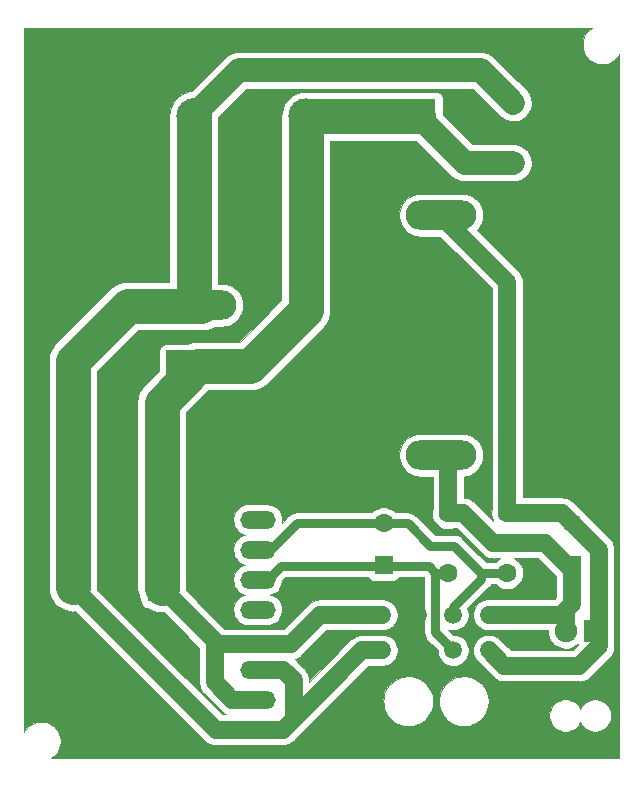
<source format=gbr>
G04 #@! TF.GenerationSoftware,KiCad,Pcbnew,(5.99.0-576-ga860ac506)*
G04 #@! TF.CreationDate,2021-04-05T16:40:01+02:00*
G04 #@! TF.ProjectId,8 Inch Floppy Power Supply,3820496e-6368-4204-966c-6f7070792050,rev?*
G04 #@! TF.SameCoordinates,Original*
G04 #@! TF.FileFunction,Copper,L1,Top*
G04 #@! TF.FilePolarity,Positive*
%FSLAX46Y46*%
G04 Gerber Fmt 4.6, Leading zero omitted, Abs format (unit mm)*
G04 Created by KiCad (PCBNEW (5.99.0-576-ga860ac506)) date 2021-04-05 16:40:01*
%MOMM*%
%LPD*%
G04 APERTURE LIST*
%ADD10R,1.600000X1.600000*%
%ADD11C,1.600000*%
%ADD12R,1.900000X1.900000*%
%ADD13C,1.900000*%
%ADD14C,3.000000*%
%ADD15R,3.000000X3.000000*%
%ADD16R,6.000000X2.500000*%
%ADD17O,6.000000X2.500000*%
%ADD18O,3.000000X1.500000*%
%ADD19R,3.000000X1.500000*%
%ADD20R,2.400000X2.400000*%
%ADD21C,2.400000*%
%ADD22C,1.500000*%
%ADD23C,1.500000*%
%ADD24C,0.750000*%
%ADD25C,2.000000*%
%ADD26C,3.000000*%
%ADD27C,0.250000*%
%ADD28C,0.125000*%
G04 APERTURE END LIST*
D10*
X66929000Y-66047500D03*
D11*
X66929000Y-62547500D03*
D12*
X68897500Y-71628000D03*
D13*
X66397500Y-71628000D03*
D14*
X25411500Y-28067000D03*
X34911500Y-28067000D03*
D15*
X53911500Y-28067000D03*
D14*
X44411500Y-28067000D03*
D11*
X50990500Y-62540000D03*
D10*
X50990500Y-66040000D03*
D16*
X35560000Y-49149000D03*
D17*
X35560000Y-44069000D03*
X55880000Y-56769000D03*
X55880000Y-36449000D03*
D18*
X40322500Y-62230000D03*
X40322500Y-64770000D03*
X40322500Y-74930000D03*
X40322500Y-67310000D03*
X40322500Y-69850000D03*
X40322500Y-77470000D03*
D19*
X40322500Y-80010000D03*
D11*
X61451500Y-66738500D03*
X56451500Y-66738500D03*
X56451500Y-61658500D03*
X61451500Y-61658500D03*
X61976000Y-31940500D03*
X61976000Y-26940500D03*
D20*
X32194500Y-67945000D03*
D21*
X24694500Y-67945000D03*
D22*
X50880500Y-73279000D03*
X50880500Y-70279000D03*
X53880500Y-73279000D03*
X53880500Y-70279000D03*
X56880500Y-70279000D03*
X56880500Y-73279000D03*
X59880500Y-73279000D03*
X59880500Y-70279000D03*
D23*
X69215000Y-64770000D02*
X69215000Y-72955000D01*
X66103500Y-61658500D02*
X69215000Y-64770000D01*
X61468000Y-61658500D02*
X66103500Y-61658500D01*
X55880000Y-36512500D02*
X61468000Y-42100500D01*
X61468000Y-42100500D02*
X61468000Y-61658500D01*
X69215000Y-72955000D02*
X67557500Y-74612500D01*
X67557500Y-74612500D02*
X61214000Y-74612500D01*
X61214000Y-74612500D02*
X59880500Y-73279000D01*
X66929000Y-66484500D02*
X66929000Y-69342000D01*
X64643000Y-64198500D02*
X66929000Y-66484500D01*
X57721500Y-61658500D02*
X60261500Y-64198500D01*
X60261500Y-64198500D02*
X64643000Y-64198500D01*
X56451500Y-61658500D02*
X57721500Y-61658500D01*
X66929000Y-69342000D02*
X66421000Y-69850000D01*
D24*
X41148000Y-67310000D02*
X42291000Y-66167000D01*
X40322500Y-67310000D02*
X41148000Y-67310000D01*
X54800500Y-66167000D02*
X55372000Y-66738500D01*
X42291000Y-66167000D02*
X54800500Y-66167000D01*
X55372000Y-66738500D02*
X55372000Y-71755000D01*
X56451500Y-66738500D02*
X55372000Y-66738500D01*
X55372000Y-71755000D02*
X56896000Y-73279000D01*
D23*
X56451500Y-57404000D02*
X56451500Y-61658500D01*
X55880000Y-56832500D02*
X56451500Y-57404000D01*
X36703000Y-76009500D02*
X36703000Y-72517000D01*
X40322500Y-77470000D02*
X38163500Y-77470000D01*
X38163500Y-77470000D02*
X36703000Y-76009500D01*
X49184500Y-73279000D02*
X50863500Y-73279000D01*
D25*
X38735000Y-24193500D02*
X34925000Y-28003500D01*
X59229000Y-24193500D02*
X38735000Y-24193500D01*
X61976000Y-26940500D02*
X59229000Y-24193500D01*
X57848500Y-32004000D02*
X61976000Y-32004000D01*
X53911500Y-28067000D02*
X57848500Y-32004000D01*
D23*
X42799000Y-79664500D02*
X42785000Y-79678500D01*
X42785000Y-79678500D02*
X49184500Y-73279000D01*
D24*
X59690000Y-66738500D02*
X61404500Y-66738500D01*
D23*
X42453500Y-80010000D02*
X42785000Y-79678500D01*
X36766500Y-80010000D02*
X42453500Y-80010000D01*
X24701500Y-67945000D02*
X36766500Y-80010000D01*
D26*
X34925000Y-43497500D02*
X35560000Y-44132500D01*
X24701500Y-48768000D02*
X24701500Y-67945000D01*
X35560000Y-44132500D02*
X29337000Y-44132500D01*
X34925000Y-28003500D02*
X34925000Y-43497500D01*
X29337000Y-44132500D02*
X24701500Y-48768000D01*
D23*
X32194500Y-68008500D02*
X36703000Y-72517000D01*
D26*
X32194500Y-52324000D02*
X32194500Y-68008500D01*
X44386500Y-28067000D02*
X44386500Y-44513500D01*
X53911500Y-28067000D02*
X44386500Y-28067000D01*
X44386500Y-44513500D02*
X39687500Y-49212500D01*
X39687500Y-49212500D02*
X35306000Y-49212500D01*
X35306000Y-49212500D02*
X32194500Y-52324000D01*
D23*
X43370500Y-79093000D02*
X42799000Y-79664500D01*
X43370500Y-75819000D02*
X43370500Y-79093000D01*
X40322500Y-74930000D02*
X42481500Y-74930000D01*
X42481500Y-74930000D02*
X43370500Y-75819000D01*
D24*
X56959500Y-64452500D02*
X59245500Y-66738500D01*
X59245500Y-66738500D02*
X59690000Y-66738500D01*
X54927500Y-64452500D02*
X56959500Y-64452500D01*
X40322500Y-64770000D02*
X41402000Y-64770000D01*
X43624500Y-62547500D02*
X53022500Y-62547500D01*
X41402000Y-64770000D02*
X43624500Y-62547500D01*
X53022500Y-62547500D02*
X54927500Y-64452500D01*
X56896000Y-69596000D02*
X56896000Y-70294500D01*
X59245500Y-66738500D02*
X59245500Y-67246500D01*
X59245500Y-67246500D02*
X56896000Y-69596000D01*
D27*
X31253500Y-22225000D02*
X25411500Y-28067000D01*
X59118500Y-74993500D02*
X61087000Y-76962000D01*
X61595000Y-22225000D02*
X31253500Y-22225000D01*
X54546500Y-74993500D02*
X59118500Y-74993500D01*
X61087000Y-76962000D02*
X68961000Y-76962000D01*
X53911500Y-70294500D02*
X53911500Y-74358500D01*
X66929000Y-27559000D02*
X61595000Y-22225000D01*
X53911500Y-74358500D02*
X54546500Y-74993500D01*
X68961000Y-76962000D02*
X70866000Y-75057000D01*
X70866000Y-75057000D02*
X70866000Y-60642500D01*
X70866000Y-60642500D02*
X66929000Y-56705500D01*
X66929000Y-56705500D02*
X66929000Y-27559000D01*
D23*
X63373000Y-70294500D02*
X59880500Y-70294500D01*
X64960500Y-70294500D02*
X63373000Y-70294500D01*
X66421000Y-71628000D02*
X66357500Y-71691500D01*
X65976500Y-70294500D02*
X66421000Y-69850000D01*
X64960500Y-70294500D02*
X65976500Y-70294500D01*
X66421000Y-69850000D02*
X66421000Y-71628000D01*
X45593000Y-70294500D02*
X50863500Y-70294500D01*
X43116500Y-72771000D02*
X45593000Y-70294500D01*
X36703000Y-72517000D02*
X36957000Y-72771000D01*
X36957000Y-72771000D02*
X43116500Y-72771000D01*
G36*
X68629184Y-20578959D02*
G01*
X68417605Y-20732679D01*
X68232679Y-20917605D01*
X68078959Y-21129184D01*
X67960228Y-21362205D01*
X67879412Y-21610932D01*
X67838501Y-21869237D01*
X67838501Y-22130763D01*
X67879412Y-22389068D01*
X67960228Y-22637795D01*
X68078959Y-22870816D01*
X68232679Y-23082395D01*
X68417605Y-23267321D01*
X68629184Y-23421041D01*
X68862205Y-23539772D01*
X69110932Y-23620588D01*
X69369237Y-23661499D01*
X69630763Y-23661499D01*
X69889068Y-23620588D01*
X70137795Y-23539772D01*
X70370816Y-23421041D01*
X70582395Y-23267321D01*
X70767321Y-23082395D01*
X70921041Y-22870816D01*
X70938501Y-22836549D01*
X70938500Y-82438500D01*
X22836551Y-82438500D01*
X22870816Y-82421041D01*
X23082395Y-82267321D01*
X23267321Y-82082395D01*
X23421041Y-81870816D01*
X23539772Y-81637795D01*
X23620588Y-81389068D01*
X23661499Y-81130763D01*
X23661499Y-80869237D01*
X23620588Y-80610932D01*
X23539772Y-80362205D01*
X23421041Y-80129184D01*
X23267321Y-79917605D01*
X23082395Y-79732679D01*
X22870816Y-79578959D01*
X22637795Y-79460228D01*
X22389068Y-79379412D01*
X22130763Y-79338501D01*
X21869237Y-79338501D01*
X21610932Y-79379412D01*
X21362205Y-79460228D01*
X21129184Y-79578959D01*
X20917605Y-79732679D01*
X20732679Y-79917605D01*
X20578959Y-80129184D01*
X20561500Y-80163449D01*
X20561500Y-48677898D01*
X22640000Y-48677898D01*
X22640001Y-68034998D01*
X22663566Y-68304343D01*
X22756925Y-68652768D01*
X22909371Y-68979686D01*
X23116268Y-69275167D01*
X23371334Y-69530233D01*
X23666814Y-69737130D01*
X23993733Y-69889576D01*
X24342158Y-69982935D01*
X24701500Y-70014374D01*
X24898866Y-69997106D01*
X35800129Y-80898370D01*
X35856732Y-80965351D01*
X35957200Y-81042165D01*
X36055736Y-81121389D01*
X36070237Y-81128588D01*
X36083102Y-81138424D01*
X36197730Y-81191875D01*
X36310972Y-81248089D01*
X36326681Y-81252005D01*
X36342937Y-81259586D01*
X36385038Y-81266556D01*
X36587459Y-81317026D01*
X36710696Y-81320469D01*
X36716928Y-81321500D01*
X36747619Y-81321500D01*
X36872300Y-81324983D01*
X36890558Y-81321500D01*
X38773375Y-81321500D01*
X38817119Y-81329213D01*
X41830597Y-81329213D01*
X41859381Y-81321500D01*
X42398357Y-81321500D01*
X42485731Y-81328837D01*
X42611080Y-81312113D01*
X42736786Y-81298457D01*
X42752131Y-81293293D01*
X42768180Y-81291151D01*
X42886982Y-81247911D01*
X43006855Y-81207568D01*
X43020736Y-81199228D01*
X43037586Y-81193095D01*
X43072279Y-81168258D01*
X43251107Y-81060808D01*
X43340683Y-80976099D01*
X43345816Y-80972424D01*
X43367507Y-80950733D01*
X43458145Y-80865021D01*
X43468593Y-80849647D01*
X43774341Y-80543899D01*
X44258866Y-80059375D01*
X44325851Y-80002768D01*
X44359553Y-79958687D01*
X46719240Y-77599000D01*
X50963845Y-77599000D01*
X50984444Y-77893581D01*
X51045840Y-78182429D01*
X51146840Y-78459921D01*
X51285475Y-78720657D01*
X51459048Y-78959560D01*
X51664181Y-79171981D01*
X51896882Y-79353786D01*
X52152619Y-79501437D01*
X52426418Y-79612059D01*
X52712947Y-79683499D01*
X53006629Y-79714366D01*
X53301751Y-79704059D01*
X53592566Y-79652782D01*
X53873413Y-79561528D01*
X54138828Y-79432078D01*
X54383643Y-79266947D01*
X54603094Y-79069352D01*
X54792910Y-78843139D01*
X54949396Y-78592709D01*
X55069505Y-78322939D01*
X55150901Y-78039078D01*
X55191999Y-77746651D01*
X55191999Y-77599000D01*
X55663845Y-77599000D01*
X55684444Y-77893581D01*
X55745840Y-78182429D01*
X55846840Y-78459921D01*
X55985475Y-78720657D01*
X56159048Y-78959560D01*
X56364181Y-79171981D01*
X56596882Y-79353786D01*
X56852619Y-79501437D01*
X57126418Y-79612059D01*
X57412947Y-79683499D01*
X57706629Y-79714366D01*
X58001751Y-79704059D01*
X58292566Y-79652782D01*
X58573413Y-79561528D01*
X58838828Y-79432078D01*
X59083643Y-79266947D01*
X59303094Y-79069352D01*
X59492910Y-78843139D01*
X59589299Y-78688884D01*
X65036001Y-78688884D01*
X65036001Y-78927116D01*
X65077370Y-79161728D01*
X65158849Y-79385592D01*
X65277965Y-79591907D01*
X65431097Y-79774403D01*
X65613593Y-79927535D01*
X65819908Y-80046651D01*
X66043772Y-80128130D01*
X66278384Y-80169499D01*
X66516616Y-80169499D01*
X66751228Y-80128130D01*
X66975092Y-80046651D01*
X67181407Y-79927535D01*
X67363903Y-79774403D01*
X67517035Y-79591907D01*
X67636151Y-79385592D01*
X67647500Y-79354411D01*
X67658849Y-79385592D01*
X67777965Y-79591907D01*
X67931097Y-79774403D01*
X68113593Y-79927535D01*
X68319908Y-80046651D01*
X68543772Y-80128130D01*
X68778384Y-80169499D01*
X69016616Y-80169499D01*
X69251228Y-80128130D01*
X69475092Y-80046651D01*
X69681407Y-79927535D01*
X69863903Y-79774403D01*
X70017035Y-79591907D01*
X70136151Y-79385592D01*
X70217630Y-79161728D01*
X70258999Y-78927116D01*
X70258999Y-78688884D01*
X70217630Y-78454272D01*
X70136151Y-78230408D01*
X70017035Y-78024093D01*
X69863903Y-77841597D01*
X69681407Y-77688465D01*
X69475092Y-77569349D01*
X69251228Y-77487870D01*
X69016616Y-77446501D01*
X68778384Y-77446501D01*
X68543772Y-77487870D01*
X68319908Y-77569349D01*
X68113593Y-77688465D01*
X67931097Y-77841597D01*
X67777965Y-78024093D01*
X67658849Y-78230408D01*
X67647500Y-78261589D01*
X67636151Y-78230408D01*
X67517035Y-78024093D01*
X67363903Y-77841597D01*
X67181407Y-77688465D01*
X66975092Y-77569349D01*
X66751228Y-77487870D01*
X66516616Y-77446501D01*
X66278384Y-77446501D01*
X66043772Y-77487870D01*
X65819908Y-77569349D01*
X65613593Y-77688465D01*
X65431097Y-77841597D01*
X65277965Y-78024093D01*
X65158849Y-78230408D01*
X65077370Y-78454272D01*
X65036001Y-78688884D01*
X59589299Y-78688884D01*
X59649396Y-78592709D01*
X59769505Y-78322939D01*
X59850901Y-78039078D01*
X59891999Y-77746651D01*
X59891999Y-77451349D01*
X59850901Y-77158922D01*
X59769505Y-76875061D01*
X59649396Y-76605291D01*
X59492910Y-76354861D01*
X59303094Y-76128648D01*
X59083643Y-75931053D01*
X58838828Y-75765922D01*
X58573413Y-75636472D01*
X58292566Y-75545218D01*
X58001751Y-75493941D01*
X57706629Y-75483634D01*
X57412947Y-75514501D01*
X57126418Y-75585941D01*
X56852619Y-75696563D01*
X56596882Y-75844214D01*
X56364181Y-76026019D01*
X56159048Y-76238440D01*
X55985475Y-76477343D01*
X55846840Y-76738079D01*
X55745840Y-77015571D01*
X55684444Y-77304419D01*
X55663845Y-77599000D01*
X55191999Y-77599000D01*
X55191999Y-77451349D01*
X55150901Y-77158922D01*
X55069505Y-76875061D01*
X54949396Y-76605291D01*
X54792910Y-76354861D01*
X54603094Y-76128648D01*
X54383643Y-75931053D01*
X54138828Y-75765922D01*
X53873413Y-75636472D01*
X53592566Y-75545218D01*
X53301751Y-75493941D01*
X53006629Y-75483634D01*
X52712947Y-75514501D01*
X52426418Y-75585941D01*
X52152619Y-75696563D01*
X51896882Y-75844214D01*
X51664181Y-76026019D01*
X51459048Y-76238440D01*
X51285475Y-76477343D01*
X51146840Y-76738079D01*
X51045840Y-77015571D01*
X50984444Y-77304419D01*
X50963845Y-77599000D01*
X46719240Y-77599000D01*
X49727741Y-74590500D01*
X50824539Y-74590500D01*
X50887394Y-74595779D01*
X51120467Y-74573747D01*
X51140584Y-74568130D01*
X51146787Y-74567456D01*
X51165248Y-74561243D01*
X51345954Y-74510789D01*
X51556729Y-74408897D01*
X51746129Y-74271289D01*
X51908168Y-74102317D01*
X52037723Y-73907321D01*
X52130700Y-73692464D01*
X52184345Y-73463747D01*
X52192227Y-73162744D01*
X52150626Y-72931533D01*
X52069021Y-72712104D01*
X51949849Y-72510595D01*
X51796876Y-72333374D01*
X51614937Y-72186042D01*
X51409783Y-72073259D01*
X51306674Y-72038558D01*
X51287062Y-72029413D01*
X51272180Y-72026950D01*
X51187900Y-71998587D01*
X50956300Y-71964387D01*
X50857233Y-71967500D01*
X49239643Y-71967500D01*
X49152268Y-71960163D01*
X49026910Y-71976889D01*
X48901214Y-71990543D01*
X48885867Y-71995708D01*
X48869819Y-71997849D01*
X48750997Y-72041097D01*
X48631147Y-72081431D01*
X48617268Y-72089770D01*
X48600413Y-72095906D01*
X48565721Y-72120742D01*
X48386893Y-72228192D01*
X48297318Y-72312899D01*
X48292182Y-72316577D01*
X48270475Y-72338284D01*
X48179855Y-72423979D01*
X48169409Y-72439350D01*
X44682000Y-75926760D01*
X44682000Y-75874143D01*
X44689337Y-75786768D01*
X44672611Y-75661410D01*
X44658957Y-75535714D01*
X44653792Y-75520367D01*
X44651651Y-75504319D01*
X44608403Y-75385497D01*
X44568069Y-75265647D01*
X44559730Y-75251768D01*
X44553594Y-75234913D01*
X44528758Y-75200221D01*
X44421308Y-75021393D01*
X44336601Y-74931819D01*
X44332925Y-74926684D01*
X44311206Y-74904965D01*
X44225520Y-74814355D01*
X44210151Y-74803910D01*
X43451131Y-74044890D01*
X43549982Y-74008911D01*
X43669855Y-73968568D01*
X43683736Y-73960228D01*
X43700586Y-73954095D01*
X43735279Y-73929258D01*
X43914107Y-73821808D01*
X44003683Y-73737099D01*
X44008816Y-73733424D01*
X44030507Y-73711733D01*
X44121145Y-73626021D01*
X44131593Y-73610647D01*
X46136241Y-71606000D01*
X50934672Y-71606000D01*
X51146786Y-71582957D01*
X51416854Y-71492069D01*
X51549295Y-71412491D01*
X51556728Y-71408898D01*
X51563670Y-71403853D01*
X51661106Y-71345308D01*
X51717001Y-71292453D01*
X51746129Y-71271289D01*
X51811851Y-71202755D01*
X51868145Y-71149521D01*
X51880902Y-71130750D01*
X51908168Y-71102317D01*
X52037723Y-70907321D01*
X52130700Y-70692464D01*
X52184345Y-70463747D01*
X52192227Y-70162744D01*
X52150626Y-69931533D01*
X52069021Y-69712104D01*
X51949849Y-69510595D01*
X51796876Y-69333374D01*
X51614937Y-69186042D01*
X51409783Y-69073259D01*
X51187900Y-68998587D01*
X50956300Y-68964387D01*
X50722304Y-68971741D01*
X50669334Y-68983000D01*
X45648143Y-68983000D01*
X45560768Y-68975663D01*
X45435410Y-68992389D01*
X45309714Y-69006043D01*
X45294367Y-69011208D01*
X45278319Y-69013349D01*
X45159504Y-69056594D01*
X45039646Y-69096931D01*
X45025766Y-69105272D01*
X45008913Y-69111405D01*
X44974221Y-69136242D01*
X44795393Y-69243692D01*
X44705818Y-69328399D01*
X44700682Y-69332077D01*
X44678975Y-69353784D01*
X44588355Y-69439479D01*
X44577909Y-69454850D01*
X42573260Y-71459500D01*
X37500241Y-71459500D01*
X34246606Y-68205866D01*
X34256000Y-68098498D01*
X34256000Y-62271361D01*
X38256353Y-62271361D01*
X38284479Y-62503777D01*
X38353317Y-62727540D01*
X38460692Y-62935574D01*
X38603210Y-63121308D01*
X38776366Y-63278867D01*
X38974686Y-63403275D01*
X39193565Y-63491263D01*
X39247274Y-63499194D01*
X39113502Y-63535790D01*
X38902196Y-63636578D01*
X38712078Y-63773192D01*
X38549157Y-63941313D01*
X38418583Y-64135628D01*
X38324482Y-64349995D01*
X38269830Y-64577638D01*
X38256353Y-64811361D01*
X38284479Y-65043777D01*
X38353317Y-65267540D01*
X38460692Y-65475574D01*
X38603210Y-65661308D01*
X38776366Y-65818867D01*
X38974686Y-65943275D01*
X39193565Y-66031263D01*
X39247274Y-66039194D01*
X39113502Y-66075790D01*
X38902196Y-66176578D01*
X38712078Y-66313192D01*
X38549157Y-66481313D01*
X38418583Y-66675628D01*
X38324482Y-66889995D01*
X38269830Y-67117638D01*
X38256353Y-67351361D01*
X38284479Y-67583777D01*
X38353317Y-67807540D01*
X38460692Y-68015574D01*
X38603210Y-68201308D01*
X38776366Y-68358867D01*
X38974686Y-68483275D01*
X39193565Y-68571263D01*
X39247274Y-68579194D01*
X39113502Y-68615790D01*
X38902196Y-68716578D01*
X38712078Y-68853192D01*
X38549157Y-69021313D01*
X38418583Y-69215628D01*
X38324482Y-69429995D01*
X38269830Y-69657638D01*
X38256353Y-69891361D01*
X38284479Y-70123777D01*
X38353317Y-70347540D01*
X38460692Y-70555574D01*
X38603210Y-70741308D01*
X38776366Y-70898867D01*
X38974686Y-71023275D01*
X39193565Y-71111263D01*
X39533772Y-71161500D01*
X41131847Y-71161500D01*
X41305685Y-71145986D01*
X41531498Y-71084210D01*
X41742804Y-70983422D01*
X41932922Y-70846808D01*
X42095843Y-70678687D01*
X42226417Y-70484372D01*
X42320518Y-70270005D01*
X42375170Y-70042362D01*
X42388647Y-69808639D01*
X42360521Y-69576223D01*
X42291683Y-69352460D01*
X42184308Y-69144426D01*
X42041790Y-68958692D01*
X41868634Y-68801133D01*
X41670314Y-68676725D01*
X41451435Y-68588737D01*
X41397726Y-68580806D01*
X41531498Y-68544210D01*
X41742804Y-68443422D01*
X41932922Y-68306808D01*
X42095843Y-68138687D01*
X42226417Y-67944372D01*
X42320518Y-67730005D01*
X42375170Y-67502362D01*
X42380991Y-67401420D01*
X42678911Y-67103500D01*
X49689722Y-67103500D01*
X49694932Y-67122944D01*
X49824007Y-67276770D01*
X49995493Y-67375777D01*
X50185119Y-67409213D01*
X51798597Y-67409213D01*
X52073444Y-67335568D01*
X52227270Y-67206493D01*
X52286733Y-67103500D01*
X54412590Y-67103500D01*
X54435500Y-67126410D01*
X54435501Y-71693618D01*
X54427420Y-71755000D01*
X54459605Y-71999475D01*
X54553969Y-72227290D01*
X54617508Y-72310094D01*
X54704082Y-72422919D01*
X54753196Y-72460606D01*
X55565969Y-73273380D01*
X55578855Y-73478180D01*
X55634698Y-73705533D01*
X55729919Y-73919404D01*
X55861510Y-74113034D01*
X56025309Y-74280300D01*
X56216140Y-74415916D01*
X56427970Y-74515596D01*
X56654104Y-74576188D01*
X56887394Y-74595779D01*
X57120467Y-74573747D01*
X57345954Y-74510789D01*
X57556729Y-74408897D01*
X57746129Y-74271289D01*
X57908168Y-74102317D01*
X58037723Y-73907321D01*
X58130700Y-73692464D01*
X58184345Y-73463747D01*
X58192227Y-73162744D01*
X58150626Y-72931533D01*
X58069021Y-72712104D01*
X57949849Y-72510595D01*
X57796876Y-72333374D01*
X57614937Y-72186042D01*
X57409783Y-72073259D01*
X57187900Y-71998587D01*
X56956300Y-71964387D01*
X56907336Y-71965925D01*
X56467634Y-71526224D01*
X56654104Y-71576188D01*
X56887394Y-71595779D01*
X57120467Y-71573747D01*
X57345954Y-71510789D01*
X57556729Y-71408897D01*
X57746129Y-71271289D01*
X57908168Y-71102317D01*
X58037723Y-70907321D01*
X58130700Y-70692464D01*
X58184345Y-70463747D01*
X58192227Y-70162744D01*
X58150626Y-69931533D01*
X58078586Y-69737825D01*
X59864305Y-67952106D01*
X59913419Y-67914419D01*
X60063531Y-67718790D01*
X60081670Y-67675000D01*
X60460005Y-67675000D01*
X60485097Y-67704903D01*
X60667593Y-67858035D01*
X60873908Y-67977151D01*
X61097772Y-68058630D01*
X61332384Y-68099999D01*
X61570616Y-68099999D01*
X61805228Y-68058630D01*
X62029092Y-67977151D01*
X62235407Y-67858035D01*
X62417903Y-67704903D01*
X62571035Y-67522407D01*
X62690151Y-67316092D01*
X62771630Y-67092228D01*
X62812999Y-66857616D01*
X62812999Y-66619384D01*
X62771630Y-66384772D01*
X62690151Y-66160908D01*
X62571035Y-65954593D01*
X62417903Y-65772097D01*
X62235407Y-65618965D01*
X62046674Y-65510000D01*
X64099760Y-65510000D01*
X65601672Y-67011913D01*
X65617500Y-67070983D01*
X65617501Y-68798759D01*
X65532642Y-68883618D01*
X65465649Y-68940232D01*
X65432951Y-68983000D01*
X60082347Y-68983000D01*
X59956300Y-68964387D01*
X59722304Y-68971741D01*
X59493309Y-69020415D01*
X59276552Y-69108872D01*
X59078885Y-69234315D01*
X58906557Y-69392779D01*
X58765013Y-69579256D01*
X58717530Y-69672447D01*
X58715678Y-69675171D01*
X58713998Y-69679379D01*
X58658728Y-69787851D01*
X58622135Y-69909053D01*
X58609865Y-69939732D01*
X58606215Y-69961783D01*
X58591062Y-70011970D01*
X58575178Y-70149269D01*
X58563326Y-70220859D01*
X58564438Y-70242084D01*
X58564155Y-70244529D01*
X58566617Y-70283673D01*
X58578238Y-70505421D01*
X58653909Y-70780142D01*
X58786807Y-71032205D01*
X58970732Y-71249851D01*
X59197102Y-71422923D01*
X59456937Y-71544086D01*
X59830926Y-71606000D01*
X64886010Y-71606000D01*
X64883339Y-71715306D01*
X64917929Y-71961435D01*
X64992256Y-72198611D01*
X65104321Y-72420461D01*
X65251115Y-72621030D01*
X65428696Y-72794931D01*
X65632295Y-72937492D01*
X65856444Y-73044886D01*
X66095124Y-73114229D01*
X66341924Y-73143658D01*
X66590216Y-73132383D01*
X66833333Y-73080707D01*
X67064746Y-72990017D01*
X67278239Y-72862750D01*
X67420258Y-72742734D01*
X67451932Y-72860944D01*
X67453019Y-72862240D01*
X67014260Y-73301000D01*
X61757241Y-73301000D01*
X60842686Y-72386446D01*
X60796876Y-72333374D01*
X60758697Y-72302457D01*
X60757544Y-72301304D01*
X60719533Y-72270742D01*
X60614939Y-72186044D01*
X60612570Y-72184742D01*
X60591262Y-72167610D01*
X60489731Y-72117210D01*
X60409783Y-72073259D01*
X60383104Y-72064280D01*
X60336028Y-72040911D01*
X60249729Y-72019394D01*
X60187900Y-71998587D01*
X60134861Y-71990754D01*
X60059540Y-71971975D01*
X59995585Y-71970188D01*
X59956300Y-71964387D01*
X59877049Y-71966877D01*
X59774700Y-71964018D01*
X59736566Y-71971292D01*
X59722304Y-71971741D01*
X59618057Y-71993899D01*
X59494794Y-72017413D01*
X59377964Y-72067486D01*
X59276553Y-72108871D01*
X59266460Y-72115276D01*
X59232884Y-72129667D01*
X59147813Y-72190573D01*
X59078885Y-72234315D01*
X59051350Y-72259634D01*
X59001190Y-72295546D01*
X58947730Y-72354918D01*
X58906557Y-72392779D01*
X58868524Y-72442885D01*
X58810519Y-72507305D01*
X58783429Y-72554994D01*
X58765013Y-72579256D01*
X58724699Y-72658376D01*
X58669769Y-72755071D01*
X58661006Y-72783382D01*
X58658729Y-72787850D01*
X58623389Y-72904900D01*
X58585507Y-73027279D01*
X58575492Y-73146551D01*
X58564155Y-73244531D01*
X58565487Y-73265700D01*
X58561663Y-73311231D01*
X58574319Y-73406089D01*
X58578855Y-73478180D01*
X58589983Y-73523483D01*
X58599349Y-73593680D01*
X58623569Y-73660224D01*
X58634698Y-73705533D01*
X58664078Y-73771520D01*
X58697405Y-73863086D01*
X58717081Y-73890570D01*
X58729920Y-73919405D01*
X58861510Y-74113034D01*
X58916695Y-74169387D01*
X58918078Y-74171318D01*
X58942607Y-74195847D01*
X59025310Y-74280300D01*
X59031359Y-74284599D01*
X60247629Y-75500870D01*
X60304232Y-75567851D01*
X60404700Y-75644665D01*
X60503236Y-75723889D01*
X60517737Y-75731088D01*
X60530602Y-75740924D01*
X60645230Y-75794375D01*
X60758472Y-75850589D01*
X60774181Y-75854505D01*
X60790437Y-75862086D01*
X60832538Y-75869056D01*
X61034959Y-75919526D01*
X61158196Y-75922969D01*
X61164428Y-75924000D01*
X61195119Y-75924000D01*
X61319800Y-75927483D01*
X61338058Y-75924000D01*
X67502357Y-75924000D01*
X67589731Y-75931337D01*
X67715080Y-75914613D01*
X67840786Y-75900957D01*
X67856131Y-75895793D01*
X67872180Y-75893651D01*
X67990982Y-75850411D01*
X68110855Y-75810068D01*
X68124736Y-75801728D01*
X68141586Y-75795595D01*
X68176279Y-75770758D01*
X68355107Y-75663308D01*
X68444683Y-75578599D01*
X68449816Y-75574924D01*
X68471507Y-75553233D01*
X68562144Y-75467522D01*
X68572593Y-75452148D01*
X70103370Y-73921371D01*
X70170351Y-73864768D01*
X70247165Y-73764300D01*
X70326389Y-73665764D01*
X70333588Y-73651263D01*
X70343424Y-73638398D01*
X70396875Y-73523770D01*
X70453089Y-73410528D01*
X70457005Y-73394820D01*
X70464586Y-73378564D01*
X70471557Y-73336459D01*
X70522025Y-73134041D01*
X70525468Y-73010809D01*
X70526500Y-73004572D01*
X70526500Y-72973845D01*
X70529982Y-72849200D01*
X70526500Y-72830947D01*
X70526500Y-64825139D01*
X70533837Y-64737768D01*
X70517113Y-64612428D01*
X70503457Y-64486715D01*
X70498292Y-64471368D01*
X70496150Y-64455318D01*
X70452919Y-64336541D01*
X70412569Y-64216646D01*
X70404228Y-64202764D01*
X70398094Y-64185912D01*
X70373263Y-64151230D01*
X70265808Y-63972393D01*
X70181101Y-63882819D01*
X70177425Y-63877684D01*
X70155705Y-63855964D01*
X70070019Y-63765354D01*
X70054650Y-63754910D01*
X67971363Y-61671623D01*
X67895403Y-61581097D01*
X67804877Y-61505137D01*
X67069882Y-60770142D01*
X67013268Y-60703149D01*
X66912779Y-60626319D01*
X66814262Y-60547110D01*
X66799762Y-60539913D01*
X66786898Y-60530077D01*
X66672254Y-60476617D01*
X66559029Y-60420412D01*
X66543321Y-60416494D01*
X66527062Y-60408914D01*
X66484956Y-60401943D01*
X66282540Y-60351475D01*
X66159309Y-60348032D01*
X66153072Y-60347000D01*
X66122344Y-60347000D01*
X65997700Y-60343518D01*
X65979447Y-60347000D01*
X62779500Y-60347000D01*
X62779500Y-42155643D01*
X62786837Y-42068267D01*
X62770113Y-41942928D01*
X62756457Y-41817215D01*
X62751292Y-41801868D01*
X62749150Y-41785818D01*
X62705913Y-41667025D01*
X62665569Y-41547146D01*
X62657228Y-41533266D01*
X62651095Y-41516413D01*
X62626258Y-41481721D01*
X62518808Y-41302893D01*
X62434101Y-41213319D01*
X62430425Y-41208184D01*
X62408705Y-41186464D01*
X62323020Y-41095855D01*
X62307651Y-41085410D01*
X58931570Y-37709329D01*
X59041745Y-37592209D01*
X59195215Y-37370983D01*
X59314300Y-37129502D01*
X59396385Y-36873072D01*
X59439664Y-36607325D01*
X59443189Y-36338100D01*
X59406880Y-36071312D01*
X59331537Y-35812822D01*
X59218813Y-35568306D01*
X59071187Y-35343138D01*
X58891900Y-35142265D01*
X58684892Y-34970097D01*
X58454708Y-34830418D01*
X58206408Y-34726297D01*
X57945052Y-34659922D01*
X57688772Y-34637500D01*
X54061686Y-34637500D01*
X53861493Y-34652377D01*
X53598885Y-34711799D01*
X53347944Y-34809385D01*
X53114183Y-34942990D01*
X52902739Y-35109679D01*
X52718255Y-35305791D01*
X52564785Y-35527017D01*
X52445700Y-35768498D01*
X52363615Y-36024928D01*
X52320336Y-36290675D01*
X52316811Y-36559900D01*
X52353120Y-36826688D01*
X52428463Y-37085178D01*
X52541187Y-37329694D01*
X52688813Y-37554862D01*
X52868100Y-37755735D01*
X53075108Y-37927903D01*
X53305292Y-38067582D01*
X53553592Y-38171703D01*
X53814948Y-38238078D01*
X54071228Y-38260500D01*
X55773260Y-38260500D01*
X60156500Y-42643741D01*
X60156501Y-61235724D01*
X60131370Y-61304772D01*
X60090001Y-61539384D01*
X60090001Y-61777616D01*
X60131370Y-62012228D01*
X60212849Y-62236092D01*
X60293467Y-62375726D01*
X58687882Y-60770142D01*
X58631268Y-60703149D01*
X58530779Y-60626319D01*
X58432262Y-60547110D01*
X58417762Y-60539913D01*
X58404898Y-60530077D01*
X58290254Y-60476617D01*
X58177029Y-60420412D01*
X58161321Y-60416494D01*
X58145062Y-60408914D01*
X58102956Y-60401943D01*
X57900540Y-60351475D01*
X57777309Y-60348032D01*
X57771072Y-60347000D01*
X57763000Y-60347000D01*
X57763000Y-58575693D01*
X57898507Y-58565623D01*
X58161115Y-58506201D01*
X58412056Y-58408615D01*
X58645817Y-58275010D01*
X58857261Y-58108321D01*
X59041745Y-57912209D01*
X59195215Y-57690983D01*
X59314300Y-57449502D01*
X59396385Y-57193072D01*
X59439664Y-56927325D01*
X59443189Y-56658100D01*
X59406880Y-56391312D01*
X59331537Y-56132822D01*
X59218813Y-55888306D01*
X59071187Y-55663138D01*
X58891900Y-55462265D01*
X58684892Y-55290097D01*
X58454708Y-55150418D01*
X58206408Y-55046297D01*
X57945052Y-54979922D01*
X57688772Y-54957500D01*
X54061686Y-54957500D01*
X53861493Y-54972377D01*
X53598885Y-55031799D01*
X53347944Y-55129385D01*
X53114183Y-55262990D01*
X52902739Y-55429679D01*
X52718255Y-55625791D01*
X52564785Y-55847017D01*
X52445700Y-56088498D01*
X52363615Y-56344928D01*
X52320336Y-56610675D01*
X52316811Y-56879900D01*
X52353120Y-57146688D01*
X52428463Y-57405178D01*
X52541187Y-57649694D01*
X52688813Y-57874862D01*
X52868100Y-58075735D01*
X53075108Y-58247903D01*
X53305292Y-58387582D01*
X53553592Y-58491703D01*
X53814948Y-58558078D01*
X54071228Y-58580500D01*
X55140000Y-58580500D01*
X55140001Y-61281058D01*
X55131370Y-61304772D01*
X55090001Y-61539384D01*
X55090001Y-61777616D01*
X55131370Y-62012228D01*
X55212849Y-62236092D01*
X55331965Y-62442407D01*
X55485097Y-62624903D01*
X55667593Y-62778035D01*
X55873908Y-62897151D01*
X56097772Y-62978630D01*
X56332384Y-63019999D01*
X56570616Y-63019999D01*
X56805228Y-62978630D01*
X56828939Y-62970000D01*
X57178260Y-62970000D01*
X59295118Y-65086858D01*
X59351732Y-65153851D01*
X59452217Y-65230678D01*
X59550735Y-65309888D01*
X59565234Y-65317086D01*
X59578103Y-65326924D01*
X59692728Y-65380374D01*
X59805970Y-65436589D01*
X59821684Y-65440507D01*
X59837938Y-65448086D01*
X59880037Y-65455055D01*
X60082459Y-65505525D01*
X60205691Y-65508968D01*
X60211928Y-65510000D01*
X60242655Y-65510000D01*
X60367299Y-65513482D01*
X60385552Y-65510000D01*
X60856326Y-65510000D01*
X60667593Y-65618965D01*
X60485097Y-65772097D01*
X60460005Y-65802000D01*
X59633411Y-65802000D01*
X57665109Y-63833699D01*
X57627419Y-63784581D01*
X57431790Y-63634469D01*
X57203976Y-63540105D01*
X57020879Y-63516000D01*
X57020874Y-63516000D01*
X56959500Y-63507920D01*
X56898126Y-63516000D01*
X55315411Y-63516000D01*
X53728109Y-61928699D01*
X53690419Y-61879581D01*
X53494790Y-61729469D01*
X53266976Y-61635105D01*
X53083879Y-61611000D01*
X53083874Y-61611000D01*
X53022500Y-61602920D01*
X52961126Y-61611000D01*
X51988288Y-61611000D01*
X51956903Y-61573597D01*
X51774407Y-61420465D01*
X51568092Y-61301349D01*
X51344228Y-61219870D01*
X51109616Y-61178501D01*
X50871384Y-61178501D01*
X50636772Y-61219870D01*
X50412908Y-61301349D01*
X50206593Y-61420465D01*
X50024097Y-61573597D01*
X49992712Y-61611000D01*
X43685880Y-61611000D01*
X43624500Y-61602919D01*
X43559125Y-61611526D01*
X43380024Y-61635105D01*
X43152210Y-61729469D01*
X42956581Y-61879581D01*
X42918894Y-61928695D01*
X42359356Y-62488233D01*
X42375170Y-62422362D01*
X42388647Y-62188639D01*
X42360521Y-61956223D01*
X42291683Y-61732460D01*
X42184308Y-61524426D01*
X42041790Y-61338692D01*
X41868634Y-61181133D01*
X41670314Y-61056725D01*
X41451435Y-60968737D01*
X41111228Y-60918500D01*
X39513153Y-60918500D01*
X39339315Y-60934014D01*
X39113502Y-60995790D01*
X38902196Y-61096578D01*
X38712078Y-61233192D01*
X38549157Y-61401313D01*
X38418583Y-61595628D01*
X38324482Y-61809995D01*
X38269830Y-62037638D01*
X38256353Y-62271361D01*
X34256000Y-62271361D01*
X34256000Y-53177900D01*
X36159901Y-51274000D01*
X39777603Y-51274000D01*
X39777614Y-51273999D01*
X39867858Y-51273999D01*
X39956838Y-51258310D01*
X40046843Y-51250435D01*
X40134126Y-51227049D01*
X40223093Y-51211360D01*
X40307975Y-51180466D01*
X40395268Y-51157076D01*
X40477160Y-51118889D01*
X40562055Y-51087990D01*
X40640297Y-51042816D01*
X40722187Y-51004630D01*
X40796200Y-50952805D01*
X40874443Y-50907631D01*
X40943645Y-50849563D01*
X41017667Y-50797733D01*
X41268928Y-50546472D01*
X45907913Y-45907488D01*
X45907918Y-45907482D01*
X45971733Y-45843667D01*
X46023559Y-45769651D01*
X46081631Y-45700444D01*
X46126803Y-45622204D01*
X46178630Y-45548186D01*
X46216812Y-45466307D01*
X46261990Y-45388055D01*
X46292890Y-45303157D01*
X46331076Y-45221268D01*
X46354460Y-45133993D01*
X46385361Y-45049093D01*
X46401052Y-44960108D01*
X46424435Y-44872843D01*
X46432310Y-44782840D01*
X46447999Y-44693858D01*
X46447999Y-44603614D01*
X46448000Y-44603603D01*
X46448000Y-30128500D01*
X52362375Y-30128500D01*
X52406119Y-30136213D01*
X53772420Y-30136213D01*
X56728515Y-33092309D01*
X56822923Y-33192143D01*
X56905947Y-33250277D01*
X56984491Y-33314336D01*
X57035573Y-33341042D01*
X57082779Y-33374096D01*
X57175793Y-33414346D01*
X57265618Y-33461307D01*
X57321023Y-33477194D01*
X57375412Y-33500730D01*
X57435594Y-33510047D01*
X57570556Y-33548745D01*
X57886846Y-33573083D01*
X57946872Y-33565500D01*
X62055265Y-33565500D01*
X62291602Y-33541494D01*
X62594312Y-33446631D01*
X62871765Y-33292836D01*
X63112625Y-33086394D01*
X63307055Y-32835736D01*
X63447112Y-32551101D01*
X63527076Y-32244119D01*
X63543678Y-31927327D01*
X63496241Y-31613669D01*
X63386703Y-31315953D01*
X63219540Y-31046346D01*
X63001577Y-30815857D01*
X62741721Y-30633904D01*
X62449088Y-30507270D01*
X62030697Y-30442500D01*
X58495294Y-30442500D01*
X55980713Y-27927920D01*
X55980713Y-26558903D01*
X55907068Y-26284057D01*
X55777993Y-26130231D01*
X55606507Y-26031223D01*
X55416881Y-25997787D01*
X52403403Y-25997787D01*
X52374619Y-26005500D01*
X44476498Y-26005500D01*
X44386500Y-25997626D01*
X44318521Y-26003573D01*
X44299731Y-26003262D01*
X44248210Y-26009725D01*
X44027157Y-26029065D01*
X43678732Y-26122424D01*
X43351814Y-26274870D01*
X43056333Y-26481767D01*
X42801267Y-26736833D01*
X42594370Y-27032313D01*
X42441924Y-27359232D01*
X42348565Y-27707657D01*
X42317126Y-28067000D01*
X42325000Y-28156998D01*
X42325001Y-43659598D01*
X38833600Y-47151000D01*
X35216018Y-47151000D01*
X35215995Y-47151002D01*
X35125641Y-47151002D01*
X35036670Y-47166689D01*
X34946657Y-47174565D01*
X34859374Y-47197951D01*
X34770406Y-47213640D01*
X34685514Y-47244538D01*
X34598232Y-47267924D01*
X34516336Y-47306113D01*
X34451293Y-47329787D01*
X32551903Y-47329787D01*
X32277057Y-47403432D01*
X32123231Y-47532507D01*
X32024223Y-47703993D01*
X31990787Y-47893619D01*
X31990787Y-49612313D01*
X30609267Y-50993833D01*
X30557438Y-51067854D01*
X30499369Y-51137057D01*
X30454197Y-51215297D01*
X30402370Y-51289315D01*
X30364186Y-51371199D01*
X30319010Y-51449445D01*
X30288109Y-51534345D01*
X30249924Y-51616234D01*
X30226535Y-51703522D01*
X30195640Y-51788407D01*
X30179950Y-51877386D01*
X30156565Y-51964658D01*
X30148690Y-52054663D01*
X30133001Y-52143642D01*
X30133001Y-52233887D01*
X30133000Y-52233898D01*
X30133001Y-68098498D01*
X30156566Y-68367843D01*
X30249925Y-68716268D01*
X30402371Y-69043187D01*
X30425287Y-69075914D01*
X30425287Y-69153097D01*
X30498932Y-69427944D01*
X30628007Y-69581770D01*
X30799493Y-69680777D01*
X30989119Y-69714213D01*
X31036397Y-69714213D01*
X31159814Y-69800630D01*
X31486733Y-69953076D01*
X31835158Y-70046435D01*
X32194500Y-70077874D01*
X32391866Y-70060606D01*
X35391501Y-73060242D01*
X35391500Y-75954356D01*
X35384163Y-76041731D01*
X35400889Y-76167089D01*
X35414543Y-76292785D01*
X35419708Y-76308132D01*
X35421849Y-76324180D01*
X35465094Y-76442995D01*
X35505431Y-76562853D01*
X35513772Y-76576733D01*
X35519905Y-76593586D01*
X35544742Y-76628278D01*
X35652192Y-76807106D01*
X35736901Y-76896682D01*
X35740575Y-76901815D01*
X35762275Y-76923515D01*
X35847979Y-77014145D01*
X35863354Y-77024594D01*
X37197129Y-78358370D01*
X37253732Y-78425351D01*
X37354200Y-78502165D01*
X37452736Y-78581389D01*
X37467237Y-78588588D01*
X37480102Y-78598424D01*
X37594730Y-78651875D01*
X37688655Y-78698500D01*
X37309741Y-78698500D01*
X26753606Y-68142366D01*
X26763000Y-68034998D01*
X26763000Y-49621900D01*
X30190901Y-46194000D01*
X35650103Y-46194000D01*
X35650114Y-46193999D01*
X35740359Y-46193999D01*
X35829339Y-46178310D01*
X35919343Y-46170435D01*
X36006619Y-46147051D01*
X36095592Y-46131361D01*
X36180490Y-46100461D01*
X36267768Y-46077076D01*
X36349658Y-46038890D01*
X36434555Y-46007990D01*
X36512807Y-45962812D01*
X36594686Y-45924630D01*
X36657712Y-45880500D01*
X37378314Y-45880500D01*
X37578507Y-45865623D01*
X37841115Y-45806201D01*
X38092056Y-45708615D01*
X38325817Y-45575010D01*
X38537261Y-45408321D01*
X38721745Y-45212209D01*
X38875215Y-44990983D01*
X38994300Y-44749502D01*
X39076385Y-44493072D01*
X39119664Y-44227325D01*
X39123189Y-43958100D01*
X39086880Y-43691312D01*
X39011537Y-43432822D01*
X38898813Y-43188306D01*
X38751187Y-42963138D01*
X38571900Y-42762265D01*
X38364892Y-42590097D01*
X38134708Y-42450418D01*
X37886408Y-42346297D01*
X37625052Y-42279922D01*
X37368772Y-42257500D01*
X36986500Y-42257500D01*
X36986500Y-28150293D01*
X39381794Y-25755000D01*
X58582207Y-25755000D01*
X60927902Y-28100696D01*
X61111991Y-28250836D01*
X61393118Y-28397807D01*
X61698056Y-28485245D01*
X62014346Y-28509583D01*
X62329072Y-28469824D01*
X62629374Y-28367593D01*
X62902986Y-28207065D01*
X63138731Y-27994799D01*
X63326978Y-27739467D01*
X63460040Y-27451495D01*
X63532479Y-27142652D01*
X63541336Y-26825549D01*
X63486250Y-26513142D01*
X63368871Y-26216676D01*
X63118824Y-25875029D01*
X60349001Y-23105208D01*
X60254577Y-23005357D01*
X60171546Y-22947218D01*
X60093008Y-22883163D01*
X60041933Y-22856463D01*
X59994721Y-22823404D01*
X59901700Y-22783150D01*
X59811881Y-22736194D01*
X59756483Y-22720309D01*
X59702088Y-22696770D01*
X59641901Y-22687452D01*
X59506943Y-22648755D01*
X59190654Y-22624417D01*
X59130628Y-22632000D01*
X38757389Y-22632000D01*
X38620049Y-22628164D01*
X38520229Y-22645765D01*
X38419398Y-22656006D01*
X38364396Y-22673243D01*
X38307642Y-22683250D01*
X38213424Y-22720554D01*
X38116688Y-22750869D01*
X38066274Y-22778814D01*
X38011176Y-22800629D01*
X37962030Y-22836598D01*
X37839236Y-22904664D01*
X37598375Y-23111106D01*
X37561288Y-23158918D01*
X34772761Y-25947445D01*
X34565657Y-25965565D01*
X34217232Y-26058924D01*
X33890314Y-26211370D01*
X33594833Y-26418267D01*
X33339767Y-26673333D01*
X33132870Y-26968815D01*
X32980424Y-27295733D01*
X32915181Y-27539226D01*
X32906129Y-27567005D01*
X32903079Y-27584396D01*
X32887065Y-27644158D01*
X32881564Y-27707039D01*
X32855686Y-27854552D01*
X32846261Y-28146339D01*
X32863500Y-28303740D01*
X32863501Y-42071000D01*
X29246897Y-42071000D01*
X29246886Y-42071001D01*
X29156641Y-42071001D01*
X29067662Y-42086690D01*
X28977657Y-42094565D01*
X28890385Y-42117950D01*
X28801406Y-42133640D01*
X28716521Y-42164535D01*
X28629233Y-42187924D01*
X28547344Y-42226109D01*
X28462444Y-42257010D01*
X28384198Y-42302186D01*
X28302313Y-42340370D01*
X28228304Y-42392192D01*
X28150056Y-42437369D01*
X28080849Y-42495441D01*
X28006833Y-42547267D01*
X27943018Y-42611082D01*
X27943012Y-42611087D01*
X23367528Y-47186572D01*
X23116267Y-47437833D01*
X23064438Y-47511854D01*
X23006369Y-47581057D01*
X22961197Y-47659297D01*
X22909370Y-47733315D01*
X22871186Y-47815199D01*
X22826010Y-47893445D01*
X22795109Y-47978345D01*
X22756924Y-48060234D01*
X22733535Y-48147522D01*
X22702640Y-48232407D01*
X22686950Y-48321386D01*
X22663565Y-48408658D01*
X22655690Y-48498663D01*
X22640001Y-48587642D01*
X22640001Y-48677887D01*
X22640000Y-48677898D01*
X20561500Y-48677898D01*
X20561500Y-20561500D01*
X68663449Y-20561500D01*
X68629184Y-20578959D01*
G37*
D28*
X68629184Y-20578959D02*
X68417605Y-20732679D01*
X68232679Y-20917605D01*
X68078959Y-21129184D01*
X67960228Y-21362205D01*
X67879412Y-21610932D01*
X67838501Y-21869237D01*
X67838501Y-22130763D01*
X67879412Y-22389068D01*
X67960228Y-22637795D01*
X68078959Y-22870816D01*
X68232679Y-23082395D01*
X68417605Y-23267321D01*
X68629184Y-23421041D01*
X68862205Y-23539772D01*
X69110932Y-23620588D01*
X69369237Y-23661499D01*
X69630763Y-23661499D01*
X69889068Y-23620588D01*
X70137795Y-23539772D01*
X70370816Y-23421041D01*
X70582395Y-23267321D01*
X70767321Y-23082395D01*
X70921041Y-22870816D01*
X70938501Y-22836549D01*
X70938500Y-82438500D01*
X22836551Y-82438500D01*
X22870816Y-82421041D01*
X23082395Y-82267321D01*
X23267321Y-82082395D01*
X23421041Y-81870816D01*
X23539772Y-81637795D01*
X23620588Y-81389068D01*
X23661499Y-81130763D01*
X23661499Y-80869237D01*
X23620588Y-80610932D01*
X23539772Y-80362205D01*
X23421041Y-80129184D01*
X23267321Y-79917605D01*
X23082395Y-79732679D01*
X22870816Y-79578959D01*
X22637795Y-79460228D01*
X22389068Y-79379412D01*
X22130763Y-79338501D01*
X21869237Y-79338501D01*
X21610932Y-79379412D01*
X21362205Y-79460228D01*
X21129184Y-79578959D01*
X20917605Y-79732679D01*
X20732679Y-79917605D01*
X20578959Y-80129184D01*
X20561500Y-80163449D01*
X20561500Y-48677898D01*
X22640000Y-48677898D01*
X22640001Y-68034998D01*
X22663566Y-68304343D01*
X22756925Y-68652768D01*
X22909371Y-68979686D01*
X23116268Y-69275167D01*
X23371334Y-69530233D01*
X23666814Y-69737130D01*
X23993733Y-69889576D01*
X24342158Y-69982935D01*
X24701500Y-70014374D01*
X24898866Y-69997106D01*
X35800129Y-80898370D01*
X35856732Y-80965351D01*
X35957200Y-81042165D01*
X36055736Y-81121389D01*
X36070237Y-81128588D01*
X36083102Y-81138424D01*
X36197730Y-81191875D01*
X36310972Y-81248089D01*
X36326681Y-81252005D01*
X36342937Y-81259586D01*
X36385038Y-81266556D01*
X36587459Y-81317026D01*
X36710696Y-81320469D01*
X36716928Y-81321500D01*
X36747619Y-81321500D01*
X36872300Y-81324983D01*
X36890558Y-81321500D01*
X38773375Y-81321500D01*
X38817119Y-81329213D01*
X41830597Y-81329213D01*
X41859381Y-81321500D01*
X42398357Y-81321500D01*
X42485731Y-81328837D01*
X42611080Y-81312113D01*
X42736786Y-81298457D01*
X42752131Y-81293293D01*
X42768180Y-81291151D01*
X42886982Y-81247911D01*
X43006855Y-81207568D01*
X43020736Y-81199228D01*
X43037586Y-81193095D01*
X43072279Y-81168258D01*
X43251107Y-81060808D01*
X43340683Y-80976099D01*
X43345816Y-80972424D01*
X43367507Y-80950733D01*
X43458145Y-80865021D01*
X43468593Y-80849647D01*
X43774341Y-80543899D01*
X44258866Y-80059375D01*
X44325851Y-80002768D01*
X44359553Y-79958687D01*
X46719240Y-77599000D01*
X50963845Y-77599000D01*
X50984444Y-77893581D01*
X51045840Y-78182429D01*
X51146840Y-78459921D01*
X51285475Y-78720657D01*
X51459048Y-78959560D01*
X51664181Y-79171981D01*
X51896882Y-79353786D01*
X52152619Y-79501437D01*
X52426418Y-79612059D01*
X52712947Y-79683499D01*
X53006629Y-79714366D01*
X53301751Y-79704059D01*
X53592566Y-79652782D01*
X53873413Y-79561528D01*
X54138828Y-79432078D01*
X54383643Y-79266947D01*
X54603094Y-79069352D01*
X54792910Y-78843139D01*
X54949396Y-78592709D01*
X55069505Y-78322939D01*
X55150901Y-78039078D01*
X55191999Y-77746651D01*
X55191999Y-77599000D01*
X55663845Y-77599000D01*
X55684444Y-77893581D01*
X55745840Y-78182429D01*
X55846840Y-78459921D01*
X55985475Y-78720657D01*
X56159048Y-78959560D01*
X56364181Y-79171981D01*
X56596882Y-79353786D01*
X56852619Y-79501437D01*
X57126418Y-79612059D01*
X57412947Y-79683499D01*
X57706629Y-79714366D01*
X58001751Y-79704059D01*
X58292566Y-79652782D01*
X58573413Y-79561528D01*
X58838828Y-79432078D01*
X59083643Y-79266947D01*
X59303094Y-79069352D01*
X59492910Y-78843139D01*
X59589299Y-78688884D01*
X65036001Y-78688884D01*
X65036001Y-78927116D01*
X65077370Y-79161728D01*
X65158849Y-79385592D01*
X65277965Y-79591907D01*
X65431097Y-79774403D01*
X65613593Y-79927535D01*
X65819908Y-80046651D01*
X66043772Y-80128130D01*
X66278384Y-80169499D01*
X66516616Y-80169499D01*
X66751228Y-80128130D01*
X66975092Y-80046651D01*
X67181407Y-79927535D01*
X67363903Y-79774403D01*
X67517035Y-79591907D01*
X67636151Y-79385592D01*
X67647500Y-79354411D01*
X67658849Y-79385592D01*
X67777965Y-79591907D01*
X67931097Y-79774403D01*
X68113593Y-79927535D01*
X68319908Y-80046651D01*
X68543772Y-80128130D01*
X68778384Y-80169499D01*
X69016616Y-80169499D01*
X69251228Y-80128130D01*
X69475092Y-80046651D01*
X69681407Y-79927535D01*
X69863903Y-79774403D01*
X70017035Y-79591907D01*
X70136151Y-79385592D01*
X70217630Y-79161728D01*
X70258999Y-78927116D01*
X70258999Y-78688884D01*
X70217630Y-78454272D01*
X70136151Y-78230408D01*
X70017035Y-78024093D01*
X69863903Y-77841597D01*
X69681407Y-77688465D01*
X69475092Y-77569349D01*
X69251228Y-77487870D01*
X69016616Y-77446501D01*
X68778384Y-77446501D01*
X68543772Y-77487870D01*
X68319908Y-77569349D01*
X68113593Y-77688465D01*
X67931097Y-77841597D01*
X67777965Y-78024093D01*
X67658849Y-78230408D01*
X67647500Y-78261589D01*
X67636151Y-78230408D01*
X67517035Y-78024093D01*
X67363903Y-77841597D01*
X67181407Y-77688465D01*
X66975092Y-77569349D01*
X66751228Y-77487870D01*
X66516616Y-77446501D01*
X66278384Y-77446501D01*
X66043772Y-77487870D01*
X65819908Y-77569349D01*
X65613593Y-77688465D01*
X65431097Y-77841597D01*
X65277965Y-78024093D01*
X65158849Y-78230408D01*
X65077370Y-78454272D01*
X65036001Y-78688884D01*
X59589299Y-78688884D01*
X59649396Y-78592709D01*
X59769505Y-78322939D01*
X59850901Y-78039078D01*
X59891999Y-77746651D01*
X59891999Y-77451349D01*
X59850901Y-77158922D01*
X59769505Y-76875061D01*
X59649396Y-76605291D01*
X59492910Y-76354861D01*
X59303094Y-76128648D01*
X59083643Y-75931053D01*
X58838828Y-75765922D01*
X58573413Y-75636472D01*
X58292566Y-75545218D01*
X58001751Y-75493941D01*
X57706629Y-75483634D01*
X57412947Y-75514501D01*
X57126418Y-75585941D01*
X56852619Y-75696563D01*
X56596882Y-75844214D01*
X56364181Y-76026019D01*
X56159048Y-76238440D01*
X55985475Y-76477343D01*
X55846840Y-76738079D01*
X55745840Y-77015571D01*
X55684444Y-77304419D01*
X55663845Y-77599000D01*
X55191999Y-77599000D01*
X55191999Y-77451349D01*
X55150901Y-77158922D01*
X55069505Y-76875061D01*
X54949396Y-76605291D01*
X54792910Y-76354861D01*
X54603094Y-76128648D01*
X54383643Y-75931053D01*
X54138828Y-75765922D01*
X53873413Y-75636472D01*
X53592566Y-75545218D01*
X53301751Y-75493941D01*
X53006629Y-75483634D01*
X52712947Y-75514501D01*
X52426418Y-75585941D01*
X52152619Y-75696563D01*
X51896882Y-75844214D01*
X51664181Y-76026019D01*
X51459048Y-76238440D01*
X51285475Y-76477343D01*
X51146840Y-76738079D01*
X51045840Y-77015571D01*
X50984444Y-77304419D01*
X50963845Y-77599000D01*
X46719240Y-77599000D01*
X49727741Y-74590500D01*
X50824539Y-74590500D01*
X50887394Y-74595779D01*
X51120467Y-74573747D01*
X51140584Y-74568130D01*
X51146787Y-74567456D01*
X51165248Y-74561243D01*
X51345954Y-74510789D01*
X51556729Y-74408897D01*
X51746129Y-74271289D01*
X51908168Y-74102317D01*
X52037723Y-73907321D01*
X52130700Y-73692464D01*
X52184345Y-73463747D01*
X52192227Y-73162744D01*
X52150626Y-72931533D01*
X52069021Y-72712104D01*
X51949849Y-72510595D01*
X51796876Y-72333374D01*
X51614937Y-72186042D01*
X51409783Y-72073259D01*
X51306674Y-72038558D01*
X51287062Y-72029413D01*
X51272180Y-72026950D01*
X51187900Y-71998587D01*
X50956300Y-71964387D01*
X50857233Y-71967500D01*
X49239643Y-71967500D01*
X49152268Y-71960163D01*
X49026910Y-71976889D01*
X48901214Y-71990543D01*
X48885867Y-71995708D01*
X48869819Y-71997849D01*
X48750997Y-72041097D01*
X48631147Y-72081431D01*
X48617268Y-72089770D01*
X48600413Y-72095906D01*
X48565721Y-72120742D01*
X48386893Y-72228192D01*
X48297318Y-72312899D01*
X48292182Y-72316577D01*
X48270475Y-72338284D01*
X48179855Y-72423979D01*
X48169409Y-72439350D01*
X44682000Y-75926760D01*
X44682000Y-75874143D01*
X44689337Y-75786768D01*
X44672611Y-75661410D01*
X44658957Y-75535714D01*
X44653792Y-75520367D01*
X44651651Y-75504319D01*
X44608403Y-75385497D01*
X44568069Y-75265647D01*
X44559730Y-75251768D01*
X44553594Y-75234913D01*
X44528758Y-75200221D01*
X44421308Y-75021393D01*
X44336601Y-74931819D01*
X44332925Y-74926684D01*
X44311206Y-74904965D01*
X44225520Y-74814355D01*
X44210151Y-74803910D01*
X43451131Y-74044890D01*
X43549982Y-74008911D01*
X43669855Y-73968568D01*
X43683736Y-73960228D01*
X43700586Y-73954095D01*
X43735279Y-73929258D01*
X43914107Y-73821808D01*
X44003683Y-73737099D01*
X44008816Y-73733424D01*
X44030507Y-73711733D01*
X44121145Y-73626021D01*
X44131593Y-73610647D01*
X46136241Y-71606000D01*
X50934672Y-71606000D01*
X51146786Y-71582957D01*
X51416854Y-71492069D01*
X51549295Y-71412491D01*
X51556728Y-71408898D01*
X51563670Y-71403853D01*
X51661106Y-71345308D01*
X51717001Y-71292453D01*
X51746129Y-71271289D01*
X51811851Y-71202755D01*
X51868145Y-71149521D01*
X51880902Y-71130750D01*
X51908168Y-71102317D01*
X52037723Y-70907321D01*
X52130700Y-70692464D01*
X52184345Y-70463747D01*
X52192227Y-70162744D01*
X52150626Y-69931533D01*
X52069021Y-69712104D01*
X51949849Y-69510595D01*
X51796876Y-69333374D01*
X51614937Y-69186042D01*
X51409783Y-69073259D01*
X51187900Y-68998587D01*
X50956300Y-68964387D01*
X50722304Y-68971741D01*
X50669334Y-68983000D01*
X45648143Y-68983000D01*
X45560768Y-68975663D01*
X45435410Y-68992389D01*
X45309714Y-69006043D01*
X45294367Y-69011208D01*
X45278319Y-69013349D01*
X45159504Y-69056594D01*
X45039646Y-69096931D01*
X45025766Y-69105272D01*
X45008913Y-69111405D01*
X44974221Y-69136242D01*
X44795393Y-69243692D01*
X44705818Y-69328399D01*
X44700682Y-69332077D01*
X44678975Y-69353784D01*
X44588355Y-69439479D01*
X44577909Y-69454850D01*
X42573260Y-71459500D01*
X37500241Y-71459500D01*
X34246606Y-68205866D01*
X34256000Y-68098498D01*
X34256000Y-62271361D01*
X38256353Y-62271361D01*
X38284479Y-62503777D01*
X38353317Y-62727540D01*
X38460692Y-62935574D01*
X38603210Y-63121308D01*
X38776366Y-63278867D01*
X38974686Y-63403275D01*
X39193565Y-63491263D01*
X39247274Y-63499194D01*
X39113502Y-63535790D01*
X38902196Y-63636578D01*
X38712078Y-63773192D01*
X38549157Y-63941313D01*
X38418583Y-64135628D01*
X38324482Y-64349995D01*
X38269830Y-64577638D01*
X38256353Y-64811361D01*
X38284479Y-65043777D01*
X38353317Y-65267540D01*
X38460692Y-65475574D01*
X38603210Y-65661308D01*
X38776366Y-65818867D01*
X38974686Y-65943275D01*
X39193565Y-66031263D01*
X39247274Y-66039194D01*
X39113502Y-66075790D01*
X38902196Y-66176578D01*
X38712078Y-66313192D01*
X38549157Y-66481313D01*
X38418583Y-66675628D01*
X38324482Y-66889995D01*
X38269830Y-67117638D01*
X38256353Y-67351361D01*
X38284479Y-67583777D01*
X38353317Y-67807540D01*
X38460692Y-68015574D01*
X38603210Y-68201308D01*
X38776366Y-68358867D01*
X38974686Y-68483275D01*
X39193565Y-68571263D01*
X39247274Y-68579194D01*
X39113502Y-68615790D01*
X38902196Y-68716578D01*
X38712078Y-68853192D01*
X38549157Y-69021313D01*
X38418583Y-69215628D01*
X38324482Y-69429995D01*
X38269830Y-69657638D01*
X38256353Y-69891361D01*
X38284479Y-70123777D01*
X38353317Y-70347540D01*
X38460692Y-70555574D01*
X38603210Y-70741308D01*
X38776366Y-70898867D01*
X38974686Y-71023275D01*
X39193565Y-71111263D01*
X39533772Y-71161500D01*
X41131847Y-71161500D01*
X41305685Y-71145986D01*
X41531498Y-71084210D01*
X41742804Y-70983422D01*
X41932922Y-70846808D01*
X42095843Y-70678687D01*
X42226417Y-70484372D01*
X42320518Y-70270005D01*
X42375170Y-70042362D01*
X42388647Y-69808639D01*
X42360521Y-69576223D01*
X42291683Y-69352460D01*
X42184308Y-69144426D01*
X42041790Y-68958692D01*
X41868634Y-68801133D01*
X41670314Y-68676725D01*
X41451435Y-68588737D01*
X41397726Y-68580806D01*
X41531498Y-68544210D01*
X41742804Y-68443422D01*
X41932922Y-68306808D01*
X42095843Y-68138687D01*
X42226417Y-67944372D01*
X42320518Y-67730005D01*
X42375170Y-67502362D01*
X42380991Y-67401420D01*
X42678911Y-67103500D01*
X49689722Y-67103500D01*
X49694932Y-67122944D01*
X49824007Y-67276770D01*
X49995493Y-67375777D01*
X50185119Y-67409213D01*
X51798597Y-67409213D01*
X52073444Y-67335568D01*
X52227270Y-67206493D01*
X52286733Y-67103500D01*
X54412590Y-67103500D01*
X54435500Y-67126410D01*
X54435501Y-71693618D01*
X54427420Y-71755000D01*
X54459605Y-71999475D01*
X54553969Y-72227290D01*
X54617508Y-72310094D01*
X54704082Y-72422919D01*
X54753196Y-72460606D01*
X55565969Y-73273380D01*
X55578855Y-73478180D01*
X55634698Y-73705533D01*
X55729919Y-73919404D01*
X55861510Y-74113034D01*
X56025309Y-74280300D01*
X56216140Y-74415916D01*
X56427970Y-74515596D01*
X56654104Y-74576188D01*
X56887394Y-74595779D01*
X57120467Y-74573747D01*
X57345954Y-74510789D01*
X57556729Y-74408897D01*
X57746129Y-74271289D01*
X57908168Y-74102317D01*
X58037723Y-73907321D01*
X58130700Y-73692464D01*
X58184345Y-73463747D01*
X58192227Y-73162744D01*
X58150626Y-72931533D01*
X58069021Y-72712104D01*
X57949849Y-72510595D01*
X57796876Y-72333374D01*
X57614937Y-72186042D01*
X57409783Y-72073259D01*
X57187900Y-71998587D01*
X56956300Y-71964387D01*
X56907336Y-71965925D01*
X56467634Y-71526224D01*
X56654104Y-71576188D01*
X56887394Y-71595779D01*
X57120467Y-71573747D01*
X57345954Y-71510789D01*
X57556729Y-71408897D01*
X57746129Y-71271289D01*
X57908168Y-71102317D01*
X58037723Y-70907321D01*
X58130700Y-70692464D01*
X58184345Y-70463747D01*
X58192227Y-70162744D01*
X58150626Y-69931533D01*
X58078586Y-69737825D01*
X59864305Y-67952106D01*
X59913419Y-67914419D01*
X60063531Y-67718790D01*
X60081670Y-67675000D01*
X60460005Y-67675000D01*
X60485097Y-67704903D01*
X60667593Y-67858035D01*
X60873908Y-67977151D01*
X61097772Y-68058630D01*
X61332384Y-68099999D01*
X61570616Y-68099999D01*
X61805228Y-68058630D01*
X62029092Y-67977151D01*
X62235407Y-67858035D01*
X62417903Y-67704903D01*
X62571035Y-67522407D01*
X62690151Y-67316092D01*
X62771630Y-67092228D01*
X62812999Y-66857616D01*
X62812999Y-66619384D01*
X62771630Y-66384772D01*
X62690151Y-66160908D01*
X62571035Y-65954593D01*
X62417903Y-65772097D01*
X62235407Y-65618965D01*
X62046674Y-65510000D01*
X64099760Y-65510000D01*
X65601672Y-67011913D01*
X65617500Y-67070983D01*
X65617501Y-68798759D01*
X65532642Y-68883618D01*
X65465649Y-68940232D01*
X65432951Y-68983000D01*
X60082347Y-68983000D01*
X59956300Y-68964387D01*
X59722304Y-68971741D01*
X59493309Y-69020415D01*
X59276552Y-69108872D01*
X59078885Y-69234315D01*
X58906557Y-69392779D01*
X58765013Y-69579256D01*
X58717530Y-69672447D01*
X58715678Y-69675171D01*
X58713998Y-69679379D01*
X58658728Y-69787851D01*
X58622135Y-69909053D01*
X58609865Y-69939732D01*
X58606215Y-69961783D01*
X58591062Y-70011970D01*
X58575178Y-70149269D01*
X58563326Y-70220859D01*
X58564438Y-70242084D01*
X58564155Y-70244529D01*
X58566617Y-70283673D01*
X58578238Y-70505421D01*
X58653909Y-70780142D01*
X58786807Y-71032205D01*
X58970732Y-71249851D01*
X59197102Y-71422923D01*
X59456937Y-71544086D01*
X59830926Y-71606000D01*
X64886010Y-71606000D01*
X64883339Y-71715306D01*
X64917929Y-71961435D01*
X64992256Y-72198611D01*
X65104321Y-72420461D01*
X65251115Y-72621030D01*
X65428696Y-72794931D01*
X65632295Y-72937492D01*
X65856444Y-73044886D01*
X66095124Y-73114229D01*
X66341924Y-73143658D01*
X66590216Y-73132383D01*
X66833333Y-73080707D01*
X67064746Y-72990017D01*
X67278239Y-72862750D01*
X67420258Y-72742734D01*
X67451932Y-72860944D01*
X67453019Y-72862240D01*
X67014260Y-73301000D01*
X61757241Y-73301000D01*
X60842686Y-72386446D01*
X60796876Y-72333374D01*
X60758697Y-72302457D01*
X60757544Y-72301304D01*
X60719533Y-72270742D01*
X60614939Y-72186044D01*
X60612570Y-72184742D01*
X60591262Y-72167610D01*
X60489731Y-72117210D01*
X60409783Y-72073259D01*
X60383104Y-72064280D01*
X60336028Y-72040911D01*
X60249729Y-72019394D01*
X60187900Y-71998587D01*
X60134861Y-71990754D01*
X60059540Y-71971975D01*
X59995585Y-71970188D01*
X59956300Y-71964387D01*
X59877049Y-71966877D01*
X59774700Y-71964018D01*
X59736566Y-71971292D01*
X59722304Y-71971741D01*
X59618057Y-71993899D01*
X59494794Y-72017413D01*
X59377964Y-72067486D01*
X59276553Y-72108871D01*
X59266460Y-72115276D01*
X59232884Y-72129667D01*
X59147813Y-72190573D01*
X59078885Y-72234315D01*
X59051350Y-72259634D01*
X59001190Y-72295546D01*
X58947730Y-72354918D01*
X58906557Y-72392779D01*
X58868524Y-72442885D01*
X58810519Y-72507305D01*
X58783429Y-72554994D01*
X58765013Y-72579256D01*
X58724699Y-72658376D01*
X58669769Y-72755071D01*
X58661006Y-72783382D01*
X58658729Y-72787850D01*
X58623389Y-72904900D01*
X58585507Y-73027279D01*
X58575492Y-73146551D01*
X58564155Y-73244531D01*
X58565487Y-73265700D01*
X58561663Y-73311231D01*
X58574319Y-73406089D01*
X58578855Y-73478180D01*
X58589983Y-73523483D01*
X58599349Y-73593680D01*
X58623569Y-73660224D01*
X58634698Y-73705533D01*
X58664078Y-73771520D01*
X58697405Y-73863086D01*
X58717081Y-73890570D01*
X58729920Y-73919405D01*
X58861510Y-74113034D01*
X58916695Y-74169387D01*
X58918078Y-74171318D01*
X58942607Y-74195847D01*
X59025310Y-74280300D01*
X59031359Y-74284599D01*
X60247629Y-75500870D01*
X60304232Y-75567851D01*
X60404700Y-75644665D01*
X60503236Y-75723889D01*
X60517737Y-75731088D01*
X60530602Y-75740924D01*
X60645230Y-75794375D01*
X60758472Y-75850589D01*
X60774181Y-75854505D01*
X60790437Y-75862086D01*
X60832538Y-75869056D01*
X61034959Y-75919526D01*
X61158196Y-75922969D01*
X61164428Y-75924000D01*
X61195119Y-75924000D01*
X61319800Y-75927483D01*
X61338058Y-75924000D01*
X67502357Y-75924000D01*
X67589731Y-75931337D01*
X67715080Y-75914613D01*
X67840786Y-75900957D01*
X67856131Y-75895793D01*
X67872180Y-75893651D01*
X67990982Y-75850411D01*
X68110855Y-75810068D01*
X68124736Y-75801728D01*
X68141586Y-75795595D01*
X68176279Y-75770758D01*
X68355107Y-75663308D01*
X68444683Y-75578599D01*
X68449816Y-75574924D01*
X68471507Y-75553233D01*
X68562144Y-75467522D01*
X68572593Y-75452148D01*
X70103370Y-73921371D01*
X70170351Y-73864768D01*
X70247165Y-73764300D01*
X70326389Y-73665764D01*
X70333588Y-73651263D01*
X70343424Y-73638398D01*
X70396875Y-73523770D01*
X70453089Y-73410528D01*
X70457005Y-73394820D01*
X70464586Y-73378564D01*
X70471557Y-73336459D01*
X70522025Y-73134041D01*
X70525468Y-73010809D01*
X70526500Y-73004572D01*
X70526500Y-72973845D01*
X70529982Y-72849200D01*
X70526500Y-72830947D01*
X70526500Y-64825139D01*
X70533837Y-64737768D01*
X70517113Y-64612428D01*
X70503457Y-64486715D01*
X70498292Y-64471368D01*
X70496150Y-64455318D01*
X70452919Y-64336541D01*
X70412569Y-64216646D01*
X70404228Y-64202764D01*
X70398094Y-64185912D01*
X70373263Y-64151230D01*
X70265808Y-63972393D01*
X70181101Y-63882819D01*
X70177425Y-63877684D01*
X70155705Y-63855964D01*
X70070019Y-63765354D01*
X70054650Y-63754910D01*
X67971363Y-61671623D01*
X67895403Y-61581097D01*
X67804877Y-61505137D01*
X67069882Y-60770142D01*
X67013268Y-60703149D01*
X66912779Y-60626319D01*
X66814262Y-60547110D01*
X66799762Y-60539913D01*
X66786898Y-60530077D01*
X66672254Y-60476617D01*
X66559029Y-60420412D01*
X66543321Y-60416494D01*
X66527062Y-60408914D01*
X66484956Y-60401943D01*
X66282540Y-60351475D01*
X66159309Y-60348032D01*
X66153072Y-60347000D01*
X66122344Y-60347000D01*
X65997700Y-60343518D01*
X65979447Y-60347000D01*
X62779500Y-60347000D01*
X62779500Y-42155643D01*
X62786837Y-42068267D01*
X62770113Y-41942928D01*
X62756457Y-41817215D01*
X62751292Y-41801868D01*
X62749150Y-41785818D01*
X62705913Y-41667025D01*
X62665569Y-41547146D01*
X62657228Y-41533266D01*
X62651095Y-41516413D01*
X62626258Y-41481721D01*
X62518808Y-41302893D01*
X62434101Y-41213319D01*
X62430425Y-41208184D01*
X62408705Y-41186464D01*
X62323020Y-41095855D01*
X62307651Y-41085410D01*
X58931570Y-37709329D01*
X59041745Y-37592209D01*
X59195215Y-37370983D01*
X59314300Y-37129502D01*
X59396385Y-36873072D01*
X59439664Y-36607325D01*
X59443189Y-36338100D01*
X59406880Y-36071312D01*
X59331537Y-35812822D01*
X59218813Y-35568306D01*
X59071187Y-35343138D01*
X58891900Y-35142265D01*
X58684892Y-34970097D01*
X58454708Y-34830418D01*
X58206408Y-34726297D01*
X57945052Y-34659922D01*
X57688772Y-34637500D01*
X54061686Y-34637500D01*
X53861493Y-34652377D01*
X53598885Y-34711799D01*
X53347944Y-34809385D01*
X53114183Y-34942990D01*
X52902739Y-35109679D01*
X52718255Y-35305791D01*
X52564785Y-35527017D01*
X52445700Y-35768498D01*
X52363615Y-36024928D01*
X52320336Y-36290675D01*
X52316811Y-36559900D01*
X52353120Y-36826688D01*
X52428463Y-37085178D01*
X52541187Y-37329694D01*
X52688813Y-37554862D01*
X52868100Y-37755735D01*
X53075108Y-37927903D01*
X53305292Y-38067582D01*
X53553592Y-38171703D01*
X53814948Y-38238078D01*
X54071228Y-38260500D01*
X55773260Y-38260500D01*
X60156500Y-42643741D01*
X60156501Y-61235724D01*
X60131370Y-61304772D01*
X60090001Y-61539384D01*
X60090001Y-61777616D01*
X60131370Y-62012228D01*
X60212849Y-62236092D01*
X60293467Y-62375726D01*
X58687882Y-60770142D01*
X58631268Y-60703149D01*
X58530779Y-60626319D01*
X58432262Y-60547110D01*
X58417762Y-60539913D01*
X58404898Y-60530077D01*
X58290254Y-60476617D01*
X58177029Y-60420412D01*
X58161321Y-60416494D01*
X58145062Y-60408914D01*
X58102956Y-60401943D01*
X57900540Y-60351475D01*
X57777309Y-60348032D01*
X57771072Y-60347000D01*
X57763000Y-60347000D01*
X57763000Y-58575693D01*
X57898507Y-58565623D01*
X58161115Y-58506201D01*
X58412056Y-58408615D01*
X58645817Y-58275010D01*
X58857261Y-58108321D01*
X59041745Y-57912209D01*
X59195215Y-57690983D01*
X59314300Y-57449502D01*
X59396385Y-57193072D01*
X59439664Y-56927325D01*
X59443189Y-56658100D01*
X59406880Y-56391312D01*
X59331537Y-56132822D01*
X59218813Y-55888306D01*
X59071187Y-55663138D01*
X58891900Y-55462265D01*
X58684892Y-55290097D01*
X58454708Y-55150418D01*
X58206408Y-55046297D01*
X57945052Y-54979922D01*
X57688772Y-54957500D01*
X54061686Y-54957500D01*
X53861493Y-54972377D01*
X53598885Y-55031799D01*
X53347944Y-55129385D01*
X53114183Y-55262990D01*
X52902739Y-55429679D01*
X52718255Y-55625791D01*
X52564785Y-55847017D01*
X52445700Y-56088498D01*
X52363615Y-56344928D01*
X52320336Y-56610675D01*
X52316811Y-56879900D01*
X52353120Y-57146688D01*
X52428463Y-57405178D01*
X52541187Y-57649694D01*
X52688813Y-57874862D01*
X52868100Y-58075735D01*
X53075108Y-58247903D01*
X53305292Y-58387582D01*
X53553592Y-58491703D01*
X53814948Y-58558078D01*
X54071228Y-58580500D01*
X55140000Y-58580500D01*
X55140001Y-61281058D01*
X55131370Y-61304772D01*
X55090001Y-61539384D01*
X55090001Y-61777616D01*
X55131370Y-62012228D01*
X55212849Y-62236092D01*
X55331965Y-62442407D01*
X55485097Y-62624903D01*
X55667593Y-62778035D01*
X55873908Y-62897151D01*
X56097772Y-62978630D01*
X56332384Y-63019999D01*
X56570616Y-63019999D01*
X56805228Y-62978630D01*
X56828939Y-62970000D01*
X57178260Y-62970000D01*
X59295118Y-65086858D01*
X59351732Y-65153851D01*
X59452217Y-65230678D01*
X59550735Y-65309888D01*
X59565234Y-65317086D01*
X59578103Y-65326924D01*
X59692728Y-65380374D01*
X59805970Y-65436589D01*
X59821684Y-65440507D01*
X59837938Y-65448086D01*
X59880037Y-65455055D01*
X60082459Y-65505525D01*
X60205691Y-65508968D01*
X60211928Y-65510000D01*
X60242655Y-65510000D01*
X60367299Y-65513482D01*
X60385552Y-65510000D01*
X60856326Y-65510000D01*
X60667593Y-65618965D01*
X60485097Y-65772097D01*
X60460005Y-65802000D01*
X59633411Y-65802000D01*
X57665109Y-63833699D01*
X57627419Y-63784581D01*
X57431790Y-63634469D01*
X57203976Y-63540105D01*
X57020879Y-63516000D01*
X57020874Y-63516000D01*
X56959500Y-63507920D01*
X56898126Y-63516000D01*
X55315411Y-63516000D01*
X53728109Y-61928699D01*
X53690419Y-61879581D01*
X53494790Y-61729469D01*
X53266976Y-61635105D01*
X53083879Y-61611000D01*
X53083874Y-61611000D01*
X53022500Y-61602920D01*
X52961126Y-61611000D01*
X51988288Y-61611000D01*
X51956903Y-61573597D01*
X51774407Y-61420465D01*
X51568092Y-61301349D01*
X51344228Y-61219870D01*
X51109616Y-61178501D01*
X50871384Y-61178501D01*
X50636772Y-61219870D01*
X50412908Y-61301349D01*
X50206593Y-61420465D01*
X50024097Y-61573597D01*
X49992712Y-61611000D01*
X43685880Y-61611000D01*
X43624500Y-61602919D01*
X43559125Y-61611526D01*
X43380024Y-61635105D01*
X43152210Y-61729469D01*
X42956581Y-61879581D01*
X42918894Y-61928695D01*
X42359356Y-62488233D01*
X42375170Y-62422362D01*
X42388647Y-62188639D01*
X42360521Y-61956223D01*
X42291683Y-61732460D01*
X42184308Y-61524426D01*
X42041790Y-61338692D01*
X41868634Y-61181133D01*
X41670314Y-61056725D01*
X41451435Y-60968737D01*
X41111228Y-60918500D01*
X39513153Y-60918500D01*
X39339315Y-60934014D01*
X39113502Y-60995790D01*
X38902196Y-61096578D01*
X38712078Y-61233192D01*
X38549157Y-61401313D01*
X38418583Y-61595628D01*
X38324482Y-61809995D01*
X38269830Y-62037638D01*
X38256353Y-62271361D01*
X34256000Y-62271361D01*
X34256000Y-53177900D01*
X36159901Y-51274000D01*
X39777603Y-51274000D01*
X39777614Y-51273999D01*
X39867858Y-51273999D01*
X39956838Y-51258310D01*
X40046843Y-51250435D01*
X40134126Y-51227049D01*
X40223093Y-51211360D01*
X40307975Y-51180466D01*
X40395268Y-51157076D01*
X40477160Y-51118889D01*
X40562055Y-51087990D01*
X40640297Y-51042816D01*
X40722187Y-51004630D01*
X40796200Y-50952805D01*
X40874443Y-50907631D01*
X40943645Y-50849563D01*
X41017667Y-50797733D01*
X41268928Y-50546472D01*
X45907913Y-45907488D01*
X45907918Y-45907482D01*
X45971733Y-45843667D01*
X46023559Y-45769651D01*
X46081631Y-45700444D01*
X46126803Y-45622204D01*
X46178630Y-45548186D01*
X46216812Y-45466307D01*
X46261990Y-45388055D01*
X46292890Y-45303157D01*
X46331076Y-45221268D01*
X46354460Y-45133993D01*
X46385361Y-45049093D01*
X46401052Y-44960108D01*
X46424435Y-44872843D01*
X46432310Y-44782840D01*
X46447999Y-44693858D01*
X46447999Y-44603614D01*
X46448000Y-44603603D01*
X46448000Y-30128500D01*
X52362375Y-30128500D01*
X52406119Y-30136213D01*
X53772420Y-30136213D01*
X56728515Y-33092309D01*
X56822923Y-33192143D01*
X56905947Y-33250277D01*
X56984491Y-33314336D01*
X57035573Y-33341042D01*
X57082779Y-33374096D01*
X57175793Y-33414346D01*
X57265618Y-33461307D01*
X57321023Y-33477194D01*
X57375412Y-33500730D01*
X57435594Y-33510047D01*
X57570556Y-33548745D01*
X57886846Y-33573083D01*
X57946872Y-33565500D01*
X62055265Y-33565500D01*
X62291602Y-33541494D01*
X62594312Y-33446631D01*
X62871765Y-33292836D01*
X63112625Y-33086394D01*
X63307055Y-32835736D01*
X63447112Y-32551101D01*
X63527076Y-32244119D01*
X63543678Y-31927327D01*
X63496241Y-31613669D01*
X63386703Y-31315953D01*
X63219540Y-31046346D01*
X63001577Y-30815857D01*
X62741721Y-30633904D01*
X62449088Y-30507270D01*
X62030697Y-30442500D01*
X58495294Y-30442500D01*
X55980713Y-27927920D01*
X55980713Y-26558903D01*
X55907068Y-26284057D01*
X55777993Y-26130231D01*
X55606507Y-26031223D01*
X55416881Y-25997787D01*
X52403403Y-25997787D01*
X52374619Y-26005500D01*
X44476498Y-26005500D01*
X44386500Y-25997626D01*
X44318521Y-26003573D01*
X44299731Y-26003262D01*
X44248210Y-26009725D01*
X44027157Y-26029065D01*
X43678732Y-26122424D01*
X43351814Y-26274870D01*
X43056333Y-26481767D01*
X42801267Y-26736833D01*
X42594370Y-27032313D01*
X42441924Y-27359232D01*
X42348565Y-27707657D01*
X42317126Y-28067000D01*
X42325000Y-28156998D01*
X42325001Y-43659598D01*
X38833600Y-47151000D01*
X35216018Y-47151000D01*
X35215995Y-47151002D01*
X35125641Y-47151002D01*
X35036670Y-47166689D01*
X34946657Y-47174565D01*
X34859374Y-47197951D01*
X34770406Y-47213640D01*
X34685514Y-47244538D01*
X34598232Y-47267924D01*
X34516336Y-47306113D01*
X34451293Y-47329787D01*
X32551903Y-47329787D01*
X32277057Y-47403432D01*
X32123231Y-47532507D01*
X32024223Y-47703993D01*
X31990787Y-47893619D01*
X31990787Y-49612313D01*
X30609267Y-50993833D01*
X30557438Y-51067854D01*
X30499369Y-51137057D01*
X30454197Y-51215297D01*
X30402370Y-51289315D01*
X30364186Y-51371199D01*
X30319010Y-51449445D01*
X30288109Y-51534345D01*
X30249924Y-51616234D01*
X30226535Y-51703522D01*
X30195640Y-51788407D01*
X30179950Y-51877386D01*
X30156565Y-51964658D01*
X30148690Y-52054663D01*
X30133001Y-52143642D01*
X30133001Y-52233887D01*
X30133000Y-52233898D01*
X30133001Y-68098498D01*
X30156566Y-68367843D01*
X30249925Y-68716268D01*
X30402371Y-69043187D01*
X30425287Y-69075914D01*
X30425287Y-69153097D01*
X30498932Y-69427944D01*
X30628007Y-69581770D01*
X30799493Y-69680777D01*
X30989119Y-69714213D01*
X31036397Y-69714213D01*
X31159814Y-69800630D01*
X31486733Y-69953076D01*
X31835158Y-70046435D01*
X32194500Y-70077874D01*
X32391866Y-70060606D01*
X35391501Y-73060242D01*
X35391500Y-75954356D01*
X35384163Y-76041731D01*
X35400889Y-76167089D01*
X35414543Y-76292785D01*
X35419708Y-76308132D01*
X35421849Y-76324180D01*
X35465094Y-76442995D01*
X35505431Y-76562853D01*
X35513772Y-76576733D01*
X35519905Y-76593586D01*
X35544742Y-76628278D01*
X35652192Y-76807106D01*
X35736901Y-76896682D01*
X35740575Y-76901815D01*
X35762275Y-76923515D01*
X35847979Y-77014145D01*
X35863354Y-77024594D01*
X37197129Y-78358370D01*
X37253732Y-78425351D01*
X37354200Y-78502165D01*
X37452736Y-78581389D01*
X37467237Y-78588588D01*
X37480102Y-78598424D01*
X37594730Y-78651875D01*
X37688655Y-78698500D01*
X37309741Y-78698500D01*
X26753606Y-68142366D01*
X26763000Y-68034998D01*
X26763000Y-49621900D01*
X30190901Y-46194000D01*
X35650103Y-46194000D01*
X35650114Y-46193999D01*
X35740359Y-46193999D01*
X35829339Y-46178310D01*
X35919343Y-46170435D01*
X36006619Y-46147051D01*
X36095592Y-46131361D01*
X36180490Y-46100461D01*
X36267768Y-46077076D01*
X36349658Y-46038890D01*
X36434555Y-46007990D01*
X36512807Y-45962812D01*
X36594686Y-45924630D01*
X36657712Y-45880500D01*
X37378314Y-45880500D01*
X37578507Y-45865623D01*
X37841115Y-45806201D01*
X38092056Y-45708615D01*
X38325817Y-45575010D01*
X38537261Y-45408321D01*
X38721745Y-45212209D01*
X38875215Y-44990983D01*
X38994300Y-44749502D01*
X39076385Y-44493072D01*
X39119664Y-44227325D01*
X39123189Y-43958100D01*
X39086880Y-43691312D01*
X39011537Y-43432822D01*
X38898813Y-43188306D01*
X38751187Y-42963138D01*
X38571900Y-42762265D01*
X38364892Y-42590097D01*
X38134708Y-42450418D01*
X37886408Y-42346297D01*
X37625052Y-42279922D01*
X37368772Y-42257500D01*
X36986500Y-42257500D01*
X36986500Y-28150293D01*
X39381794Y-25755000D01*
X58582207Y-25755000D01*
X60927902Y-28100696D01*
X61111991Y-28250836D01*
X61393118Y-28397807D01*
X61698056Y-28485245D01*
X62014346Y-28509583D01*
X62329072Y-28469824D01*
X62629374Y-28367593D01*
X62902986Y-28207065D01*
X63138731Y-27994799D01*
X63326978Y-27739467D01*
X63460040Y-27451495D01*
X63532479Y-27142652D01*
X63541336Y-26825549D01*
X63486250Y-26513142D01*
X63368871Y-26216676D01*
X63118824Y-25875029D01*
X60349001Y-23105208D01*
X60254577Y-23005357D01*
X60171546Y-22947218D01*
X60093008Y-22883163D01*
X60041933Y-22856463D01*
X59994721Y-22823404D01*
X59901700Y-22783150D01*
X59811881Y-22736194D01*
X59756483Y-22720309D01*
X59702088Y-22696770D01*
X59641901Y-22687452D01*
X59506943Y-22648755D01*
X59190654Y-22624417D01*
X59130628Y-22632000D01*
X38757389Y-22632000D01*
X38620049Y-22628164D01*
X38520229Y-22645765D01*
X38419398Y-22656006D01*
X38364396Y-22673243D01*
X38307642Y-22683250D01*
X38213424Y-22720554D01*
X38116688Y-22750869D01*
X38066274Y-22778814D01*
X38011176Y-22800629D01*
X37962030Y-22836598D01*
X37839236Y-22904664D01*
X37598375Y-23111106D01*
X37561288Y-23158918D01*
X34772761Y-25947445D01*
X34565657Y-25965565D01*
X34217232Y-26058924D01*
X33890314Y-26211370D01*
X33594833Y-26418267D01*
X33339767Y-26673333D01*
X33132870Y-26968815D01*
X32980424Y-27295733D01*
X32915181Y-27539226D01*
X32906129Y-27567005D01*
X32903079Y-27584396D01*
X32887065Y-27644158D01*
X32881564Y-27707039D01*
X32855686Y-27854552D01*
X32846261Y-28146339D01*
X32863500Y-28303740D01*
X32863501Y-42071000D01*
X29246897Y-42071000D01*
X29246886Y-42071001D01*
X29156641Y-42071001D01*
X29067662Y-42086690D01*
X28977657Y-42094565D01*
X28890385Y-42117950D01*
X28801406Y-42133640D01*
X28716521Y-42164535D01*
X28629233Y-42187924D01*
X28547344Y-42226109D01*
X28462444Y-42257010D01*
X28384198Y-42302186D01*
X28302313Y-42340370D01*
X28228304Y-42392192D01*
X28150056Y-42437369D01*
X28080849Y-42495441D01*
X28006833Y-42547267D01*
X27943018Y-42611082D01*
X27943012Y-42611087D01*
X23367528Y-47186572D01*
X23116267Y-47437833D01*
X23064438Y-47511854D01*
X23006369Y-47581057D01*
X22961197Y-47659297D01*
X22909370Y-47733315D01*
X22871186Y-47815199D01*
X22826010Y-47893445D01*
X22795109Y-47978345D01*
X22756924Y-48060234D01*
X22733535Y-48147522D01*
X22702640Y-48232407D01*
X22686950Y-48321386D01*
X22663565Y-48408658D01*
X22655690Y-48498663D01*
X22640001Y-48587642D01*
X22640001Y-48677887D01*
X22640000Y-48677898D01*
X20561500Y-48677898D01*
X20561500Y-20561500D01*
X68663449Y-20561500D01*
X68629184Y-20578959D01*
M02*

</source>
